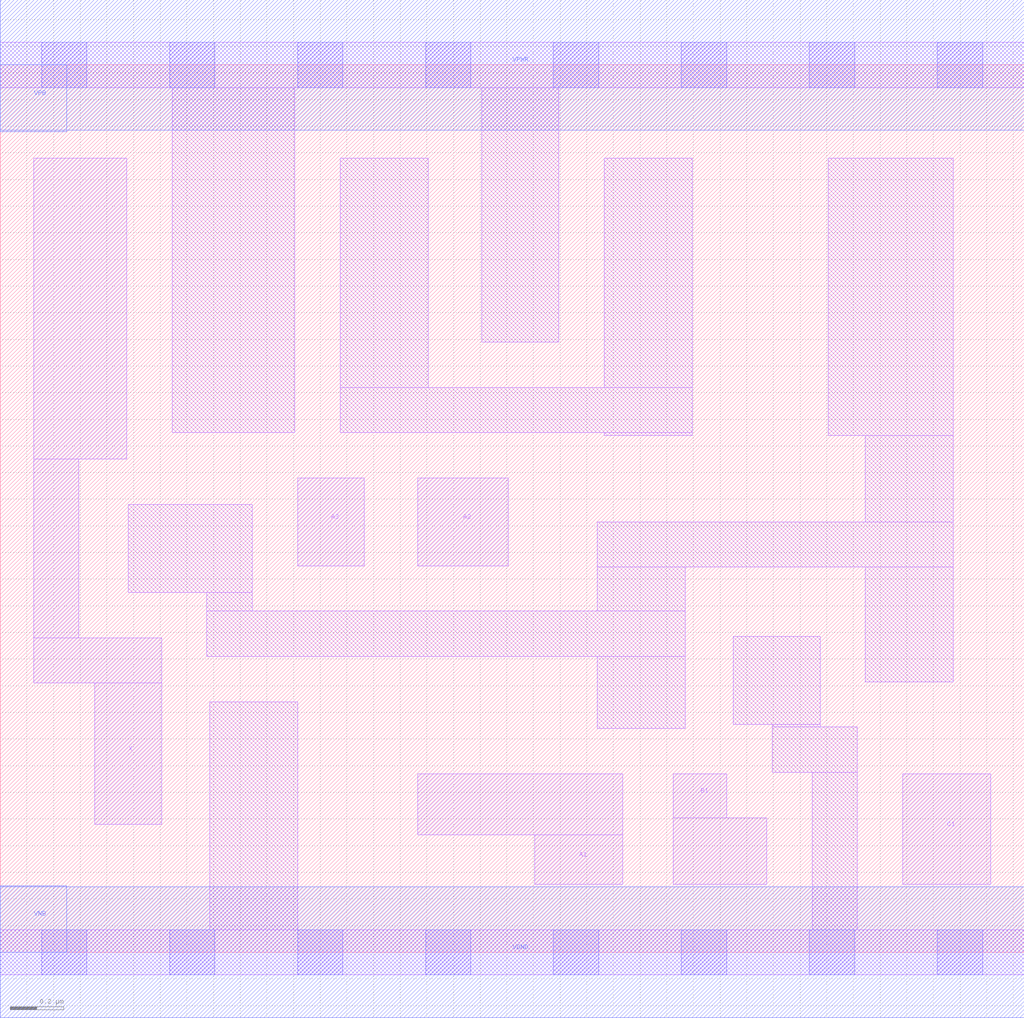
<source format=lef>
# Copyright 2020 The SkyWater PDK Authors
#
# Licensed under the Apache License, Version 2.0 (the "License");
# you may not use this file except in compliance with the License.
# You may obtain a copy of the License at
#
#     https://www.apache.org/licenses/LICENSE-2.0
#
# Unless required by applicable law or agreed to in writing, software
# distributed under the License is distributed on an "AS IS" BASIS,
# WITHOUT WARRANTIES OR CONDITIONS OF ANY KIND, either express or implied.
# See the License for the specific language governing permissions and
# limitations under the License.
#
# SPDX-License-Identifier: Apache-2.0

VERSION 5.5 ;
NAMESCASESENSITIVE ON ;
BUSBITCHARS "[]" ;
DIVIDERCHAR "/" ;
MACRO sky130_fd_sc_ms__a311o_1
  CLASS CORE ;
  SOURCE USER ;
  ORIGIN  0.000000  0.000000 ;
  SIZE  3.840000 BY  3.330000 ;
  SYMMETRY X Y ;
  SITE unit ;
  PIN A1
    ANTENNAGATEAREA  0.246000 ;
    DIRECTION INPUT ;
    USE SIGNAL ;
    PORT
      LAYER li1 ;
        RECT 1.565000 0.440000 2.335000 0.670000 ;
        RECT 2.005000 0.255000 2.335000 0.440000 ;
    END
  END A1
  PIN A2
    ANTENNAGATEAREA  0.246000 ;
    DIRECTION INPUT ;
    USE SIGNAL ;
    PORT
      LAYER li1 ;
        RECT 1.565000 1.450000 1.905000 1.780000 ;
    END
  END A2
  PIN A3
    ANTENNAGATEAREA  0.246000 ;
    DIRECTION INPUT ;
    USE SIGNAL ;
    PORT
      LAYER li1 ;
        RECT 1.115000 1.450000 1.365000 1.780000 ;
    END
  END A3
  PIN B1
    ANTENNAGATEAREA  0.246000 ;
    DIRECTION INPUT ;
    USE SIGNAL ;
    PORT
      LAYER li1 ;
        RECT 2.525000 0.255000 2.875000 0.505000 ;
        RECT 2.525000 0.505000 2.725000 0.670000 ;
    END
  END B1
  PIN C1
    ANTENNAGATEAREA  0.246000 ;
    DIRECTION INPUT ;
    USE SIGNAL ;
    PORT
      LAYER li1 ;
        RECT 3.385000 0.255000 3.715000 0.670000 ;
    END
  END C1
  PIN X
    ANTENNADIFFAREA  0.504100 ;
    DIRECTION OUTPUT ;
    USE SIGNAL ;
    PORT
      LAYER li1 ;
        RECT 0.125000 1.010000 0.605000 1.180000 ;
        RECT 0.125000 1.180000 0.295000 1.850000 ;
        RECT 0.125000 1.850000 0.475000 2.980000 ;
        RECT 0.355000 0.480000 0.605000 1.010000 ;
    END
  END X
  PIN VGND
    DIRECTION INOUT ;
    USE GROUND ;
    PORT
      LAYER met1 ;
        RECT 0.000000 -0.245000 3.840000 0.245000 ;
    END
  END VGND
  PIN VNB
    DIRECTION INOUT ;
    USE GROUND ;
    PORT
      LAYER met1 ;
        RECT 0.000000 0.000000 0.250000 0.250000 ;
    END
  END VNB
  PIN VPB
    DIRECTION INOUT ;
    USE POWER ;
    PORT
      LAYER met1 ;
        RECT 0.000000 3.080000 0.250000 3.330000 ;
    END
  END VPB
  PIN VPWR
    DIRECTION INOUT ;
    USE POWER ;
    PORT
      LAYER met1 ;
        RECT 0.000000 3.085000 3.840000 3.575000 ;
    END
  END VPWR
  OBS
    LAYER li1 ;
      RECT 0.000000 -0.085000 3.840000 0.085000 ;
      RECT 0.000000  3.245000 3.840000 3.415000 ;
      RECT 0.480000  1.350000 0.945000 1.680000 ;
      RECT 0.645000  1.950000 1.105000 3.245000 ;
      RECT 0.775000  1.110000 2.570000 1.280000 ;
      RECT 0.775000  1.280000 0.945000 1.350000 ;
      RECT 0.785000  0.085000 1.115000 0.940000 ;
      RECT 1.275000  1.950000 2.595000 2.120000 ;
      RECT 1.275000  2.120000 1.605000 2.980000 ;
      RECT 1.805000  2.290000 2.095000 3.245000 ;
      RECT 2.240000  0.840000 2.570000 1.110000 ;
      RECT 2.240000  1.280000 2.570000 1.445000 ;
      RECT 2.240000  1.445000 3.575000 1.615000 ;
      RECT 2.265000  1.940000 2.595000 1.950000 ;
      RECT 2.265000  2.120000 2.595000 2.980000 ;
      RECT 2.750000  0.855000 3.075000 1.185000 ;
      RECT 2.895000  0.675000 3.215000 0.845000 ;
      RECT 2.895000  0.845000 3.075000 0.855000 ;
      RECT 3.045000  0.085000 3.215000 0.675000 ;
      RECT 3.105000  1.940000 3.575000 2.980000 ;
      RECT 3.245000  1.015000 3.575000 1.445000 ;
      RECT 3.245000  1.615000 3.575000 1.940000 ;
    LAYER mcon ;
      RECT 0.155000 -0.085000 0.325000 0.085000 ;
      RECT 0.155000  3.245000 0.325000 3.415000 ;
      RECT 0.635000 -0.085000 0.805000 0.085000 ;
      RECT 0.635000  3.245000 0.805000 3.415000 ;
      RECT 1.115000 -0.085000 1.285000 0.085000 ;
      RECT 1.115000  3.245000 1.285000 3.415000 ;
      RECT 1.595000 -0.085000 1.765000 0.085000 ;
      RECT 1.595000  3.245000 1.765000 3.415000 ;
      RECT 2.075000 -0.085000 2.245000 0.085000 ;
      RECT 2.075000  3.245000 2.245000 3.415000 ;
      RECT 2.555000 -0.085000 2.725000 0.085000 ;
      RECT 2.555000  3.245000 2.725000 3.415000 ;
      RECT 3.035000 -0.085000 3.205000 0.085000 ;
      RECT 3.035000  3.245000 3.205000 3.415000 ;
      RECT 3.515000 -0.085000 3.685000 0.085000 ;
      RECT 3.515000  3.245000 3.685000 3.415000 ;
  END
END sky130_fd_sc_ms__a311o_1

</source>
